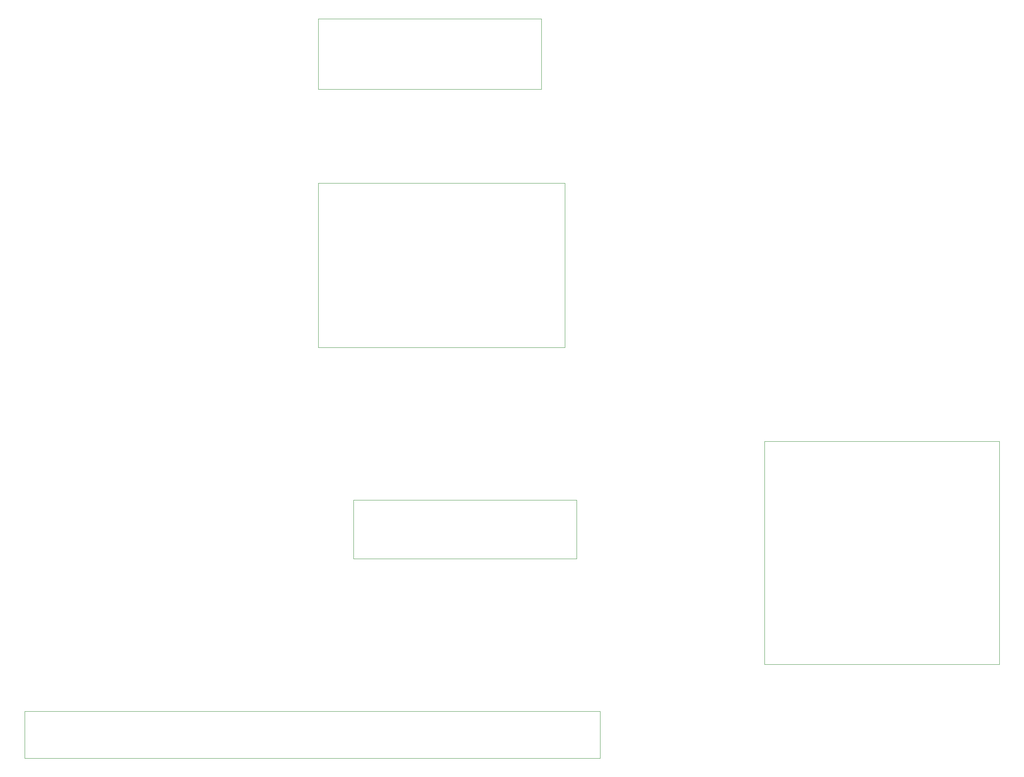
<source format=gm1>
G04 #@! TF.FileFunction,Profile,NP*
%FSLAX46Y46*%
G04 Gerber Fmt 4.6, Leading zero omitted, Abs format (unit mm)*
G04 Created by KiCad (PCBNEW 4.0.6) date 11/03/19 16:58:40*
%MOMM*%
%LPD*%
G01*
G04 APERTURE LIST*
%ADD10C,0.100000*%
G04 APERTURE END LIST*
D10*
X137160000Y-15240000D02*
X88900000Y-15240000D01*
X137160000Y0D02*
X137160000Y-15240000D01*
X88900000Y0D02*
X137160000Y0D01*
X185420000Y-139700000D02*
X185420000Y-91440000D01*
X236220000Y-139700000D02*
X185420000Y-139700000D01*
X236220000Y-91440000D02*
X236220000Y-139700000D01*
X185420000Y-91440000D02*
X236220000Y-91440000D01*
X96520000Y-116840000D02*
X96520000Y-104140000D01*
X144780000Y-116840000D02*
X96520000Y-116840000D01*
X144780000Y-104140000D02*
X144780000Y-116840000D01*
X96520000Y-104140000D02*
X144780000Y-104140000D01*
X25400000Y-160020000D02*
X25400000Y-149860000D01*
X149860000Y-160020000D02*
X25400000Y-160020000D01*
X149860000Y-149860000D02*
X149860000Y-160020000D01*
X25400000Y-149860000D02*
X149860000Y-149860000D01*
X88900000Y0D02*
X88900000Y-15240000D01*
X88900000Y-71120000D02*
X88900000Y-35560000D01*
X142240000Y-71120000D02*
X88900000Y-71120000D01*
X142240000Y-35560000D02*
X142240000Y-71120000D01*
X88900000Y-35560000D02*
X142240000Y-35560000D01*
M02*

</source>
